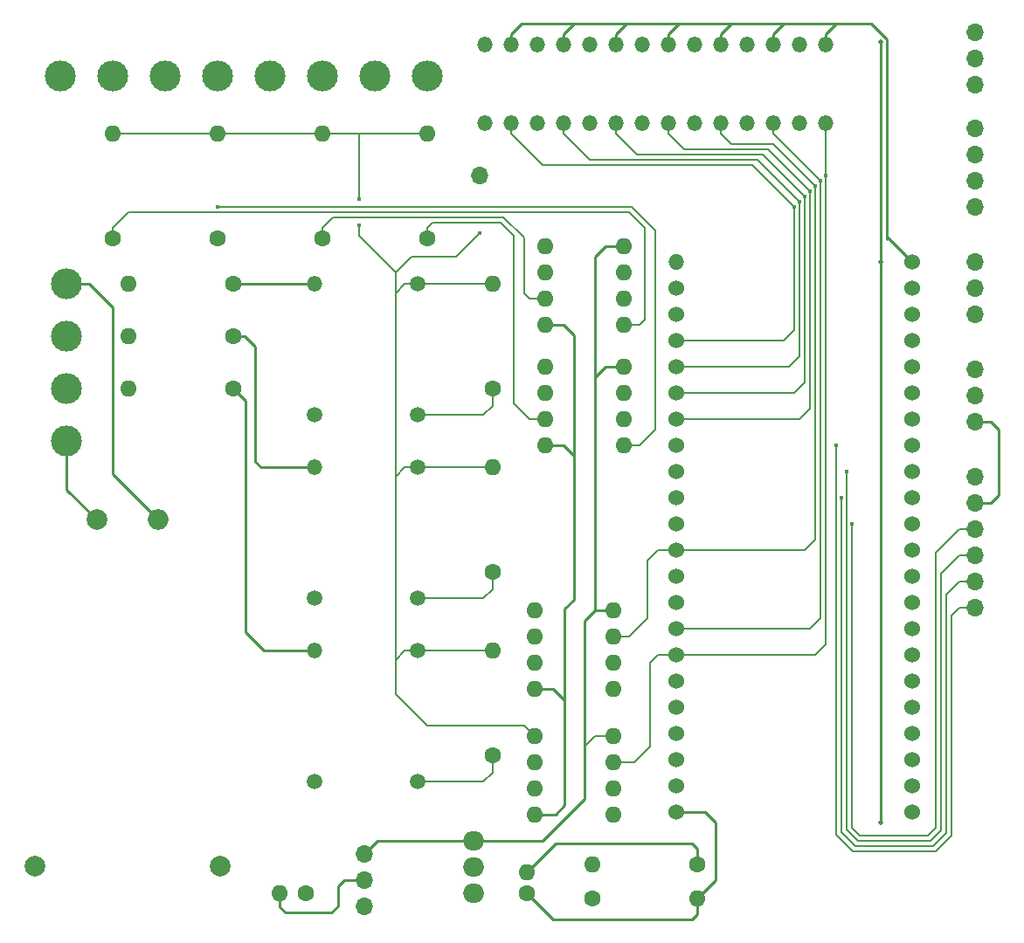
<source format=gbr>
%TF.GenerationSoftware,KiCad,Pcbnew,7.0.10*%
%TF.CreationDate,2024-05-12T01:16:20-03:00*%
%TF.ProjectId,board,626f6172-642e-46b6-9963-61645f706362,1.0*%
%TF.SameCoordinates,Original*%
%TF.FileFunction,Copper,L2,Bot*%
%TF.FilePolarity,Positive*%
%FSLAX46Y46*%
G04 Gerber Fmt 4.6, Leading zero omitted, Abs format (unit mm)*
G04 Created by KiCad (PCBNEW 7.0.10) date 2024-05-12 01:16:20*
%MOMM*%
%LPD*%
G01*
G04 APERTURE LIST*
%TA.AperFunction,ComponentPad*%
%ADD10O,1.600000X1.600000*%
%TD*%
%TA.AperFunction,ComponentPad*%
%ADD11O,1.500000X1.500000*%
%TD*%
%TA.AperFunction,ComponentPad*%
%ADD12C,1.600000*%
%TD*%
%TA.AperFunction,ComponentPad*%
%ADD13O,1.700000X1.700000*%
%TD*%
%TA.AperFunction,ComponentPad*%
%ADD14O,2.000000X2.000000*%
%TD*%
%TA.AperFunction,ComponentPad*%
%ADD15C,2.000000*%
%TD*%
%TA.AperFunction,ComponentPad*%
%ADD16O,1.530000X1.530000*%
%TD*%
%TA.AperFunction,ComponentPad*%
%ADD17C,1.530000*%
%TD*%
%TA.AperFunction,ComponentPad*%
%ADD18O,3.000000X3.000000*%
%TD*%
%TA.AperFunction,ComponentPad*%
%ADD19C,3.000000*%
%TD*%
%TA.AperFunction,ComponentPad*%
%ADD20O,1.508000X1.508000*%
%TD*%
%TA.AperFunction,ComponentPad*%
%ADD21C,1.508000*%
%TD*%
%TA.AperFunction,ComponentPad*%
%ADD22O,2.000000X1.905000*%
%TD*%
%TA.AperFunction,ViaPad*%
%ADD23C,0.400000*%
%TD*%
%TA.AperFunction,ViaPad*%
%ADD24C,0.500000*%
%TD*%
%TA.AperFunction,Conductor*%
%ADD25C,0.200000*%
%TD*%
%TA.AperFunction,Conductor*%
%ADD26C,0.250000*%
%TD*%
G04 APERTURE END LIST*
D10*
%TO.P,AMP3,1*%
%TO.N,Current A*%
X147828000Y-74980800D03*
%TO.P,AMP3,2,-*%
X147828000Y-77520800D03*
%TO.P,AMP3,3,+*%
%TO.N,TC A-1*%
X147828000Y-80060800D03*
%TO.P,AMP3,4,V-*%
%TO.N,GND*%
X147828000Y-82600800D03*
%TO.P,AMP3,5,+*%
%TO.N,TC B-1*%
X155448000Y-82600800D03*
%TO.P,AMP3,6,-*%
%TO.N,Current B*%
X155448000Y-80060800D03*
%TO.P,AMP3,7*%
X155448000Y-77520800D03*
%TO.P,AMP3,8,V+*%
%TO.N,Vin*%
X155448000Y-74980800D03*
%TD*%
D11*
%TO.P,DZ14,1,K*%
%TO.N,Current N*%
X141986000Y-51358800D03*
%TO.P,DZ14,2,A*%
%TO.N,Vcc*%
X141986000Y-43738800D03*
%TD*%
D12*
%TO.P,R9,1*%
%TO.N,TC A-1*%
X136398000Y-62534800D03*
D10*
%TO.P,R9,2*%
%TO.N,TC A-2*%
X136398000Y-52374800D03*
%TD*%
D11*
%TO.P,DZ2,1,K*%
%TO.N,Treated Wave C*%
X172466000Y-51358800D03*
%TO.P,DZ2,2,A*%
%TO.N,Vcc*%
X172466000Y-43738800D03*
%TD*%
D13*
%TO.P,SW2,1,A*%
%TO.N,Vcc*%
X189484000Y-80314800D03*
%TO.P,SW2,2,B*%
%TO.N,System Type*%
X189484000Y-77774800D03*
%TO.P,SW2,3,C*%
%TO.N,GND*%
X189484000Y-75234800D03*
%TD*%
D12*
%TO.P,R7,1*%
%TO.N,Wave B*%
X142748000Y-94919800D03*
D10*
%TO.P,R7,2*%
%TO.N,TC A-2*%
X142748000Y-84759800D03*
%TD*%
D14*
%TO.P,PS1,1,AC/L*%
%TO.N,Line A*%
X110363000Y-89839800D03*
D15*
%TO.P,PS1,2,AC/N*%
%TO.N,Neutral*%
X104363000Y-89839800D03*
%TO.P,PS1,3,-Vout*%
%TO.N,GND*%
X116363000Y-123439800D03*
%TO.P,PS1,4,+Vout*%
%TO.N,Power*%
X98363000Y-123439800D03*
%TD*%
D16*
%TO.P,MCU1,J1_1,3V3*%
%TO.N,Vcc*%
X160528000Y-64820800D03*
D17*
%TO.P,MCU1,J1_2,3V3__1*%
%TO.N,unconnected-(MCU1-3V3__1-PadJ1_2)*%
X160528000Y-67360800D03*
%TO.P,MCU1,J1_3,RST*%
%TO.N,unconnected-(MCU1-RST-PadJ1_3)*%
X160528000Y-69900800D03*
%TO.P,MCU1,J1_4,GPIO4*%
%TO.N,Current N*%
X160528000Y-72440800D03*
%TO.P,MCU1,J1_5,GPIO5*%
%TO.N,Current C*%
X160528000Y-74980800D03*
%TO.P,MCU1,J1_6,GPIO6*%
%TO.N,Current B*%
X160528000Y-77520800D03*
%TO.P,MCU1,J1_7,GPIO7*%
%TO.N,Current A*%
X160528000Y-80060800D03*
%TO.P,MCU1,J1_8,GPIO15*%
%TO.N,CS*%
X160528000Y-82600800D03*
%TO.P,MCU1,J1_9,GPIO16*%
%TO.N,MOSI*%
X160528000Y-85140800D03*
%TO.P,MCU1,J1_10,GPIO17*%
%TO.N,SCK*%
X160528000Y-87680800D03*
%TO.P,MCU1,J1_11,GPIO18*%
%TO.N,MISO*%
X160528000Y-90220800D03*
%TO.P,MCU1,J1_12,GPIO8*%
%TO.N,Treated Wave A*%
X160528000Y-92760800D03*
%TO.P,MCU1,J1_13,GPIO3*%
%TO.N,unconnected-(MCU1-GPIO3-PadJ1_13)*%
X160528000Y-95300800D03*
%TO.P,MCU1,J1_14,GPIO46*%
%TO.N,unconnected-(MCU1-GPIO46-PadJ1_14)*%
X160528000Y-97840800D03*
%TO.P,MCU1,J1_15,GPIO9*%
%TO.N,Treated Wave B*%
X160528000Y-100380800D03*
%TO.P,MCU1,J1_16,GPIO10*%
%TO.N,Treated Wave C*%
X160528000Y-102920800D03*
%TO.P,MCU1,J1_17,GPIO11*%
%TO.N,unconnected-(MCU1-GPIO11-PadJ1_17)*%
X160528000Y-105460800D03*
%TO.P,MCU1,J1_18,GPIO12*%
%TO.N,unconnected-(MCU1-GPIO12-PadJ1_18)*%
X160528000Y-108000800D03*
%TO.P,MCU1,J1_19,GPIO13*%
%TO.N,unconnected-(MCU1-GPIO13-PadJ1_19)*%
X160528000Y-110540800D03*
%TO.P,MCU1,J1_20,GPIO14*%
%TO.N,unconnected-(MCU1-GPIO14-PadJ1_20)*%
X160528000Y-113080800D03*
%TO.P,MCU1,J1_21,5V0*%
%TO.N,unconnected-(MCU1-5V0-PadJ1_21)*%
X160528000Y-115620800D03*
%TO.P,MCU1,J1_22,GND*%
%TO.N,GND*%
X160528000Y-118160800D03*
%TO.P,MCU1,J3_1,GND__1*%
X183388000Y-64820800D03*
%TO.P,MCU1,J3_2,U0TXD/GPIO43*%
%TO.N,UART TX*%
X183388000Y-67360800D03*
%TO.P,MCU1,J3_3,U0RXD/GPIO44*%
%TO.N,UART RX*%
X183388000Y-69900800D03*
%TO.P,MCU1,J3_4,GPIO1*%
%TO.N,System Type*%
X183388000Y-72440800D03*
%TO.P,MCU1,J3_5,GPIO2*%
%TO.N,unconnected-(MCU1-GPIO2-PadJ3_5)*%
X183388000Y-74980800D03*
%TO.P,MCU1,J3_6,MTMS/GPIO42*%
%TO.N,unconnected-(MCU1-MTMS{slash}GPIO42-PadJ3_6)*%
X183388000Y-77520800D03*
%TO.P,MCU1,J3_7,MTDI/GPIO41*%
%TO.N,unconnected-(MCU1-MTDI{slash}GPIO41-PadJ3_7)*%
X183388000Y-80060800D03*
%TO.P,MCU1,J3_8,MTDO/GPIO40*%
%TO.N,unconnected-(MCU1-MTDO{slash}GPIO40-PadJ3_8)*%
X183388000Y-82600800D03*
%TO.P,MCU1,J3_9,MTCK/GPIO39*%
%TO.N,unconnected-(MCU1-MTCK{slash}GPIO39-PadJ3_9)*%
X183388000Y-85140800D03*
%TO.P,MCU1,J3_10,GPIO38*%
%TO.N,unconnected-(MCU1-GPIO38-PadJ3_10)*%
X183388000Y-87680800D03*
%TO.P,MCU1,J3_11,GPIO37*%
%TO.N,unconnected-(MCU1-GPIO37-PadJ3_11)*%
X183388000Y-90220800D03*
%TO.P,MCU1,J3_12,GPIO36*%
%TO.N,unconnected-(MCU1-GPIO36-PadJ3_12)*%
X183388000Y-92760800D03*
%TO.P,MCU1,J3_13,GPIO35*%
%TO.N,unconnected-(MCU1-GPIO35-PadJ3_13)*%
X183388000Y-95300800D03*
%TO.P,MCU1,J3_14,GPIO0*%
%TO.N,unconnected-(MCU1-GPIO0-PadJ3_14)*%
X183388000Y-97840800D03*
%TO.P,MCU1,J3_15,GPIO45*%
%TO.N,unconnected-(MCU1-GPIO45-PadJ3_15)*%
X183388000Y-100380800D03*
%TO.P,MCU1,J3_16,GPIO48*%
%TO.N,unconnected-(MCU1-GPIO48-PadJ3_16)*%
X183388000Y-102920800D03*
%TO.P,MCU1,J3_17,GPIO47*%
%TO.N,unconnected-(MCU1-GPIO47-PadJ3_17)*%
X183388000Y-105460800D03*
%TO.P,MCU1,J3_18,GPIO21*%
%TO.N,unconnected-(MCU1-GPIO21-PadJ3_18)*%
X183388000Y-108000800D03*
%TO.P,MCU1,J3_19,USB_D+/GPIO20*%
%TO.N,unconnected-(MCU1-USB_D+{slash}GPIO20-PadJ3_19)*%
X183388000Y-110540800D03*
%TO.P,MCU1,J3_20,USB_D-/GPIO19*%
%TO.N,unconnected-(MCU1-USB_D-{slash}GPIO19-PadJ3_20)*%
X183388000Y-113080800D03*
%TO.P,MCU1,J3_21,GND__2*%
%TO.N,unconnected-(MCU1-GND__2-PadJ3_21)*%
X183388000Y-115620800D03*
%TO.P,MCU1,J3_22,GND__3*%
%TO.N,GND*%
X183388000Y-118160800D03*
%TD*%
D11*
%TO.P,DZ13,1,K*%
%TO.N,GND*%
X144526000Y-43733800D03*
%TO.P,DZ13,2,A*%
%TO.N,Current N*%
X144526000Y-51353800D03*
%TD*%
D10*
%TO.P,AMP4,1*%
%TO.N,Current C*%
X147828000Y-63306800D03*
%TO.P,AMP4,2,-*%
X147828000Y-65846800D03*
%TO.P,AMP4,3,+*%
%TO.N,TC C-1*%
X147828000Y-68386800D03*
%TO.P,AMP4,4,V-*%
%TO.N,GND*%
X147828000Y-70926800D03*
%TO.P,AMP4,5,+*%
%TO.N,TC N-1*%
X155448000Y-70926800D03*
%TO.P,AMP4,6,-*%
%TO.N,Current N*%
X155448000Y-68386800D03*
%TO.P,AMP4,7*%
X155448000Y-65846800D03*
%TO.P,AMP4,8,V+*%
%TO.N,Vin*%
X155448000Y-63306800D03*
%TD*%
D11*
%TO.P,DZ6,1,K*%
%TO.N,Treated Wave A*%
X162306000Y-51363800D03*
%TO.P,DZ6,2,A*%
%TO.N,Vcc*%
X162306000Y-43743800D03*
%TD*%
%TO.P,DZ5,1,K*%
%TO.N,GND*%
X164846000Y-43733800D03*
%TO.P,DZ5,2,A*%
%TO.N,Treated Wave A*%
X164846000Y-51353800D03*
%TD*%
D18*
%TO.P,J6,1,Pin_1*%
%TO.N,TC A-2*%
X105918000Y-46786800D03*
D19*
%TO.P,J6,2,Pin_2*%
%TO.N,TC N-1*%
X100838000Y-46786800D03*
%TD*%
D13*
%TO.P,P1,1,Pin_1*%
%TO.N,UART RX*%
X189484000Y-69900800D03*
%TO.P,P1,2,Pin_2*%
%TO.N,UART TX*%
X189484000Y-67360800D03*
%TO.P,P1,3,Pin_3*%
%TO.N,GND*%
X189484000Y-64820800D03*
%TD*%
D12*
%TO.P,R1,1*%
%TO.N,Vcc*%
X162560000Y-123240800D03*
D10*
%TO.P,R1,2*%
%TO.N,V1.65*%
X152400000Y-123240800D03*
%TD*%
D20*
%TO.P,T1,1*%
%TO.N,Net-(R3-Pad1)*%
X125476000Y-66979800D03*
D21*
%TO.P,T1,2*%
%TO.N,Neutral*%
X125476000Y-79679800D03*
%TO.P,T1,3*%
%TO.N,Wave A*%
X135476000Y-79679800D03*
%TO.P,T1,4*%
%TO.N,TC A-2*%
X135476000Y-66979800D03*
%TD*%
D12*
%TO.P,R11,1*%
%TO.N,TC C-1*%
X126238000Y-62534800D03*
D10*
%TO.P,R11,2*%
%TO.N,TC A-2*%
X126238000Y-52374800D03*
%TD*%
D11*
%TO.P,DZ11,1,K*%
%TO.N,GND*%
X149606000Y-43738800D03*
%TO.P,DZ11,2,A*%
%TO.N,Current C*%
X149606000Y-51358800D03*
%TD*%
D13*
%TO.P,SW1,1,A*%
%TO.N,Vin*%
X130302000Y-122224800D03*
%TO.P,SW1,2,B*%
%TO.N,Power*%
X130302000Y-124764800D03*
%TO.P,SW1,3,C*%
%TO.N,unconnected-(SW1A-C-Pad3)*%
X130302000Y-127304800D03*
%TD*%
D20*
%TO.P,T3,1*%
%TO.N,Net-(R5-Pad1)*%
X125476000Y-102539800D03*
D21*
%TO.P,T3,2*%
%TO.N,Neutral*%
X125476000Y-115239800D03*
%TO.P,T3,3*%
%TO.N,Wave C*%
X135476000Y-115239800D03*
%TO.P,T3,4*%
%TO.N,TC A-2*%
X135476000Y-102539800D03*
%TD*%
D12*
%TO.P,R6,1*%
%TO.N,Wave A*%
X142748000Y-77139800D03*
D10*
%TO.P,R6,2*%
%TO.N,TC A-2*%
X142748000Y-66979800D03*
%TD*%
D11*
%TO.P,DZ3,1,K*%
%TO.N,GND*%
X169926000Y-43738800D03*
%TO.P,DZ3,2,A*%
%TO.N,Treated Wave B*%
X169926000Y-51358800D03*
%TD*%
D12*
%TO.P,R10,1*%
%TO.N,TC B-1*%
X116078000Y-62534800D03*
D10*
%TO.P,R10,2*%
%TO.N,TC A-2*%
X116078000Y-52374800D03*
%TD*%
D12*
%TO.P,R3,1*%
%TO.N,Net-(R3-Pad1)*%
X117602000Y-66979800D03*
D10*
%TO.P,R3,2*%
%TO.N,Line A*%
X107442000Y-66979800D03*
%TD*%
D12*
%TO.P,R12,1*%
%TO.N,TC N-1*%
X105918000Y-62534800D03*
D10*
%TO.P,R12,2*%
%TO.N,TC A-2*%
X105918000Y-52374800D03*
%TD*%
D11*
%TO.P,DZ12,1,K*%
%TO.N,Current C*%
X147066000Y-51363800D03*
%TO.P,DZ12,2,A*%
%TO.N,Vcc*%
X147066000Y-43743800D03*
%TD*%
D10*
%TO.P,C2,1*%
%TO.N,Vcc*%
X146050000Y-124034800D03*
D12*
%TO.P,C2,2*%
%TO.N,GND*%
X146050000Y-126034800D03*
%TD*%
D18*
%TO.P,J3,1,Pin_1*%
%TO.N,TC A-2*%
X136398000Y-46786800D03*
D19*
%TO.P,J3,2,Pin_2*%
%TO.N,TC A-1*%
X131318000Y-46786800D03*
%TD*%
D18*
%TO.P,J1,1,Pin_1*%
%TO.N,Line A*%
X101473000Y-66979800D03*
D19*
%TO.P,J1,2,Pin_2*%
%TO.N,Line B*%
X101473000Y-72059800D03*
%TD*%
D13*
%TO.P,P4,1,Pin_1*%
%TO.N,Treated Wave A*%
X189484000Y-47675800D03*
%TO.P,P4,2,Pin_2*%
%TO.N,Treated Wave B*%
X189484000Y-45135800D03*
%TO.P,P4,3,Pin_3*%
%TO.N,Treated Wave C*%
X189484000Y-42595800D03*
%TD*%
D11*
%TO.P,DZ9,1,K*%
%TO.N,GND*%
X154686000Y-43733800D03*
%TO.P,DZ9,2,A*%
%TO.N,Current B*%
X154686000Y-51353800D03*
%TD*%
%TO.P,DZ7,1,K*%
%TO.N,GND*%
X159766000Y-43738800D03*
%TO.P,DZ7,2,A*%
%TO.N,Current A*%
X159766000Y-51358800D03*
%TD*%
D20*
%TO.P,T2,1*%
%TO.N,Net-(R4-Pad1)*%
X125476000Y-84759800D03*
D21*
%TO.P,T2,2*%
%TO.N,Neutral*%
X125476000Y-97459800D03*
%TO.P,T2,3*%
%TO.N,Wave B*%
X135476000Y-97459800D03*
%TO.P,T2,4*%
%TO.N,TC A-2*%
X135476000Y-84759800D03*
%TD*%
D18*
%TO.P,J5,1,Pin_1*%
%TO.N,TC A-2*%
X116078000Y-46786800D03*
D19*
%TO.P,J5,2,Pin_2*%
%TO.N,TC C-1*%
X110998000Y-46786800D03*
%TD*%
D13*
%TO.P,P5,1,Pin_1*%
%TO.N,GND*%
X189484000Y-85648800D03*
%TO.P,P5,2,Pin_2*%
%TO.N,Vcc*%
X189484000Y-88188800D03*
%TO.P,P5,3,Pin_3*%
%TO.N,MISO*%
X189484000Y-90728800D03*
%TO.P,P5,4,Pin_4*%
%TO.N,MOSI*%
X189484000Y-93268800D03*
%TO.P,P5,5,Pin_5*%
%TO.N,SCK*%
X189484000Y-95808800D03*
%TO.P,P5,6,Pin_6*%
%TO.N,CS*%
X189484000Y-98348800D03*
%TD*%
D11*
%TO.P,DZ4,1,K*%
%TO.N,Treated Wave B*%
X167386000Y-51363800D03*
%TO.P,DZ4,2,A*%
%TO.N,Vcc*%
X167386000Y-43743800D03*
%TD*%
D13*
%TO.P,P3,1,Pin_1*%
%TO.N,Current A*%
X189484000Y-51866800D03*
%TO.P,P3,2,Pin_2*%
%TO.N,Current B*%
X189484000Y-54406800D03*
%TO.P,P3,3,Pin_3*%
%TO.N,Current C*%
X189484000Y-56946800D03*
%TO.P,P3,4,Pin_4*%
%TO.N,Current N*%
X189484000Y-59486800D03*
%TD*%
D11*
%TO.P,DZ1,1,K*%
%TO.N,GND*%
X175006000Y-43738800D03*
%TO.P,DZ1,2,A*%
%TO.N,Treated Wave C*%
X175006000Y-51358800D03*
%TD*%
D10*
%TO.P,C1,1*%
%TO.N,Power*%
X122134621Y-126034800D03*
D12*
%TO.P,C1,2*%
%TO.N,GND*%
X124634621Y-126034800D03*
%TD*%
%TO.P,R8,1*%
%TO.N,Wave C*%
X142748000Y-112699800D03*
D10*
%TO.P,R8,2*%
%TO.N,TC A-2*%
X142748000Y-102539800D03*
%TD*%
D18*
%TO.P,J2,1,Pin_1*%
%TO.N,Line C*%
X101473000Y-77139800D03*
D19*
%TO.P,J2,2,Pin_2*%
%TO.N,Neutral*%
X101473000Y-82219800D03*
%TD*%
D13*
%TO.P,P2,1,Pin_1*%
%TO.N,TC A-2*%
X141478000Y-56438800D03*
%TD*%
D22*
%TO.P,PS2,1,GND*%
%TO.N,GND*%
X140899000Y-126034800D03*
%TO.P,PS2,2,VO*%
%TO.N,Vcc*%
X140899000Y-123494800D03*
%TO.P,PS2,3,VI*%
%TO.N,Vin*%
X140899000Y-120954800D03*
%TD*%
D11*
%TO.P,DZ8,1,K*%
%TO.N,Current A*%
X157226000Y-51363800D03*
%TO.P,DZ8,2,A*%
%TO.N,Vcc*%
X157226000Y-43743800D03*
%TD*%
%TO.P,DZ10,1,K*%
%TO.N,Current B*%
X152146000Y-51363800D03*
%TO.P,DZ10,2,A*%
%TO.N,Vcc*%
X152146000Y-43743800D03*
%TD*%
D12*
%TO.P,R4,1*%
%TO.N,Net-(R4-Pad1)*%
X117602000Y-72059800D03*
D10*
%TO.P,R4,2*%
%TO.N,Line B*%
X107442000Y-72059800D03*
%TD*%
D12*
%TO.P,R5,1*%
%TO.N,Net-(R5-Pad1)*%
X117602000Y-77139800D03*
D10*
%TO.P,R5,2*%
%TO.N,Line C*%
X107442000Y-77139800D03*
%TD*%
D12*
%TO.P,R2,1*%
%TO.N,V1.65*%
X152400000Y-126542800D03*
D10*
%TO.P,R2,2*%
%TO.N,GND*%
X162560000Y-126542800D03*
%TD*%
D18*
%TO.P,J4,1,Pin_1*%
%TO.N,TC A-2*%
X126238000Y-46786800D03*
D19*
%TO.P,J4,2,Pin_2*%
%TO.N,TC B-1*%
X121158000Y-46786800D03*
%TD*%
D10*
%TO.P,AMP2,1*%
%TO.N,Treated Wave B*%
X146812000Y-98602800D03*
%TO.P,AMP2,2,-*%
X146812000Y-101142800D03*
%TO.P,AMP2,3,+*%
%TO.N,Wave B*%
X146812000Y-103682800D03*
%TO.P,AMP2,4,V-*%
%TO.N,GND*%
X146812000Y-106222800D03*
%TO.P,AMP2,5,+*%
%TO.N,Wave A*%
X154432000Y-106222800D03*
%TO.P,AMP2,6,-*%
%TO.N,Treated Wave A*%
X154432000Y-103682800D03*
%TO.P,AMP2,7*%
X154432000Y-101142800D03*
%TO.P,AMP2,8,V+*%
%TO.N,Vin*%
X154432000Y-98602800D03*
%TD*%
%TO.P,AMP1,1*%
%TO.N,TC A-2*%
X146812000Y-110804800D03*
%TO.P,AMP1,2,-*%
X146812000Y-113344800D03*
%TO.P,AMP1,3,+*%
%TO.N,V1.65*%
X146812000Y-115884800D03*
%TO.P,AMP1,4,V-*%
%TO.N,GND*%
X146812000Y-118424800D03*
%TO.P,AMP1,5,+*%
%TO.N,Wave C*%
X154432000Y-118424800D03*
%TO.P,AMP1,6,-*%
%TO.N,Treated Wave C*%
X154432000Y-115884800D03*
%TO.P,AMP1,7*%
X154432000Y-113344800D03*
%TO.P,AMP1,8,V+*%
%TO.N,Vin*%
X154432000Y-110804800D03*
%TD*%
D23*
%TO.N,Treated Wave A*%
X173990000Y-57454800D03*
%TO.N,Treated Wave B*%
X174498000Y-56946800D03*
%TO.N,Treated Wave C*%
X175006000Y-56438800D03*
D24*
%TO.N,Vcc*%
X180340000Y-64820800D03*
X180340000Y-43484800D03*
X180340000Y-119176800D03*
D23*
%TO.N,Current A*%
X173482000Y-57962800D03*
%TO.N,Current B*%
X172974000Y-58470800D03*
%TO.N,Current C*%
X172466000Y-58978800D03*
%TO.N,Current N*%
X171958000Y-59486800D03*
%TO.N,TC A-2*%
X129794000Y-58724800D03*
X141478000Y-62026800D03*
X129794000Y-61264800D03*
%TO.N,TC B-1*%
X116078000Y-59486800D03*
%TO.N,CS*%
X176022000Y-82600800D03*
%TO.N,MOSI*%
X177038000Y-85140800D03*
%TO.N,SCK*%
X176530000Y-87680800D03*
%TO.N,MISO*%
X177546000Y-90220800D03*
%TD*%
D25*
%TO.N,Treated Wave A*%
X164846000Y-52379800D02*
X164846000Y-51353800D01*
X157734000Y-93776800D02*
X158750000Y-92760800D01*
X155956000Y-101142800D02*
X157734000Y-99364800D01*
X173990000Y-57454800D02*
X169931000Y-53395800D01*
X154432000Y-101142800D02*
X155956000Y-101142800D01*
X165862000Y-53395800D02*
X164846000Y-52379800D01*
X169931000Y-53395800D02*
X165862000Y-53395800D01*
X172974000Y-92760800D02*
X173990000Y-91744800D01*
X158750000Y-92760800D02*
X160528000Y-92760800D01*
X173990000Y-91744800D02*
X173990000Y-57454800D01*
X160528000Y-92760800D02*
X172974000Y-92760800D01*
X157734000Y-99364800D02*
X157734000Y-93776800D01*
%TO.N,Treated Wave B*%
X160528000Y-100380800D02*
X173482000Y-100380800D01*
X174498000Y-99364800D02*
X174498000Y-56946800D01*
X169926000Y-52379800D02*
X169926000Y-51358800D01*
X173482000Y-100380800D02*
X174498000Y-99364800D01*
X174498000Y-56951800D02*
X169926000Y-52379800D01*
%TO.N,Treated Wave C*%
X157988000Y-111810800D02*
X157988000Y-103682800D01*
X173990000Y-102920800D02*
X175006000Y-101904800D01*
X154432000Y-113344800D02*
X156454000Y-113344800D01*
X156454000Y-113344800D02*
X157988000Y-111810800D01*
X175006000Y-101904800D02*
X175006000Y-51104800D01*
X160528000Y-102920800D02*
X173990000Y-102920800D01*
X158750000Y-102920800D02*
X160528000Y-102920800D01*
X157988000Y-103682800D02*
X158750000Y-102920800D01*
D26*
%TO.N,Line A*%
X103632000Y-66979800D02*
X101473000Y-66979800D01*
X105918000Y-85394800D02*
X105918000Y-69265800D01*
X110363000Y-89839800D02*
X105918000Y-85394800D01*
X105918000Y-69265800D02*
X103632000Y-66979800D01*
%TO.N,Neutral*%
X101473000Y-82219800D02*
X101473000Y-86949800D01*
X101473000Y-86949800D02*
X104363000Y-89839800D01*
%TO.N,Net-(R3-Pad1)*%
X117602000Y-66979800D02*
X125476000Y-66979800D01*
%TO.N,Net-(R4-Pad1)*%
X118745000Y-72059800D02*
X119750000Y-73064800D01*
X119750000Y-84193800D02*
X120316000Y-84759800D01*
X119750000Y-73064800D02*
X119750000Y-84193800D01*
X120316000Y-84759800D02*
X125476000Y-84759800D01*
X117602000Y-72059800D02*
X118745000Y-72059800D01*
%TO.N,Net-(R5-Pad1)*%
X118792000Y-78329800D02*
X118792000Y-100761800D01*
X117602000Y-77139800D02*
X118792000Y-78329800D01*
X118792000Y-100761800D02*
X120570000Y-102539800D01*
X120570000Y-102539800D02*
X125476000Y-102539800D01*
%TO.N,Vcc*%
X146050000Y-124034800D02*
X148876000Y-121208800D01*
X162052000Y-121208800D02*
X162560000Y-121716800D01*
X162560000Y-121716800D02*
X162560000Y-123240800D01*
X148876000Y-121208800D02*
X162052000Y-121208800D01*
X191008000Y-80314800D02*
X191770000Y-81076800D01*
X191008000Y-88188800D02*
X189484000Y-88188800D01*
X180340000Y-43484800D02*
X180340000Y-65074800D01*
X189484000Y-80314800D02*
X191008000Y-80314800D01*
X191770000Y-87426800D02*
X191008000Y-88188800D01*
X180340000Y-64820800D02*
X180340000Y-119176800D01*
X191770000Y-81076800D02*
X191770000Y-87426800D01*
%TO.N,GND*%
X149606000Y-42722800D02*
X149606000Y-43738800D01*
X148834000Y-118424800D02*
X149733000Y-117525800D01*
X164338000Y-119176800D02*
X164338000Y-124764800D01*
X150622000Y-71932800D02*
X149616000Y-70926800D01*
X149733000Y-107365800D02*
X149733000Y-98475800D01*
X145542000Y-41706800D02*
X144526000Y-42722800D01*
X183388000Y-64820800D02*
X180975000Y-62407800D01*
X150622000Y-83616800D02*
X150622000Y-71932800D01*
X149733000Y-107365800D02*
X148590000Y-106222800D01*
X148590000Y-128574800D02*
X162052000Y-128574800D01*
X162052000Y-128574800D02*
X162560000Y-128066800D01*
X180975000Y-43235916D02*
X179445884Y-41706800D01*
X170942000Y-41706800D02*
X169926000Y-42722800D01*
X176022000Y-41706800D02*
X170942000Y-41706800D01*
X149733000Y-98475800D02*
X150622000Y-97586800D01*
X148590000Y-106222800D02*
X146812000Y-106222800D01*
X160782000Y-41706800D02*
X155702000Y-41706800D01*
X150622000Y-41706800D02*
X145542000Y-41706800D01*
X155702000Y-41706800D02*
X150622000Y-41706800D01*
X146050000Y-126034800D02*
X148590000Y-128574800D01*
X162560000Y-128066800D02*
X162560000Y-126542800D01*
X146812000Y-118424800D02*
X148834000Y-118424800D01*
X149606000Y-82600800D02*
X147828000Y-82600800D01*
X150622000Y-97586800D02*
X150622000Y-83616800D01*
X160782000Y-41706800D02*
X159766000Y-42722800D01*
X180975000Y-62661800D02*
X180975000Y-43235916D01*
X150622000Y-83616800D02*
X149606000Y-82600800D01*
X164338000Y-124764800D02*
X162560000Y-126542800D01*
X176022000Y-41706800D02*
X175006000Y-42722800D01*
X149733000Y-117525800D02*
X149733000Y-107365800D01*
X144526000Y-42722800D02*
X144526000Y-43733800D01*
X159766000Y-42722800D02*
X159766000Y-43738800D01*
X175006000Y-42722800D02*
X175006000Y-43738800D01*
X165862000Y-41706800D02*
X164846000Y-42722800D01*
X165862000Y-41706800D02*
X160782000Y-41706800D01*
X149616000Y-70926800D02*
X147828000Y-70926800D01*
X154686000Y-42722800D02*
X154686000Y-43733800D01*
X179445884Y-41706800D02*
X176022000Y-41706800D01*
X160528000Y-118160800D02*
X163322000Y-118160800D01*
X164846000Y-42722800D02*
X164846000Y-43733800D01*
X163322000Y-118160800D02*
X164338000Y-119176800D01*
X169926000Y-42722800D02*
X169926000Y-43738800D01*
X155702000Y-41706800D02*
X154686000Y-42722800D01*
X170942000Y-41706800D02*
X165862000Y-41706800D01*
X150622000Y-41706800D02*
X149606000Y-42722800D01*
D25*
%TO.N,Current A*%
X160528000Y-80060800D02*
X172466000Y-80060800D01*
X169423000Y-53903800D02*
X161290000Y-53903800D01*
X159766000Y-52379800D02*
X159766000Y-51358800D01*
X173482000Y-79044800D02*
X173482000Y-57962800D01*
X172466000Y-80060800D02*
X173482000Y-79044800D01*
X161290000Y-53903800D02*
X159766000Y-52379800D01*
X173482000Y-57962800D02*
X169423000Y-53903800D01*
%TO.N,Current B*%
X171958000Y-77520800D02*
X160528000Y-77520800D01*
X172974000Y-76504800D02*
X171958000Y-77520800D01*
X154686000Y-52379800D02*
X154686000Y-51353800D01*
X172974000Y-58470800D02*
X172974000Y-76504800D01*
X168915000Y-54411800D02*
X156718000Y-54411800D01*
X156718000Y-54411800D02*
X154686000Y-52379800D01*
X172974000Y-58470800D02*
X168915000Y-54411800D01*
%TO.N,Current C*%
X172466000Y-73964800D02*
X171450000Y-74980800D01*
X172466000Y-58978800D02*
X168407000Y-54919800D01*
X171450000Y-74980800D02*
X160528000Y-74980800D01*
X172466000Y-58978800D02*
X172466000Y-73964800D01*
X168407000Y-54919800D02*
X152146000Y-54919800D01*
X149606000Y-52379800D02*
X149606000Y-51358800D01*
X152146000Y-54919800D02*
X149606000Y-52379800D01*
%TO.N,Current N*%
X144526000Y-52379800D02*
X144526000Y-51353800D01*
X170942000Y-72440800D02*
X160528000Y-72440800D01*
X171958000Y-59486800D02*
X167899000Y-55427800D01*
X147574000Y-55427800D02*
X144526000Y-52379800D01*
X171958000Y-71424800D02*
X170942000Y-72440800D01*
X167899000Y-55427800D02*
X147574000Y-55427800D01*
X171958000Y-59486800D02*
X171958000Y-71424800D01*
%TO.N,TC A-2*%
X133350000Y-103428800D02*
X133350000Y-85632300D01*
X133350000Y-106730800D02*
X133350000Y-103428800D01*
X134222500Y-84759800D02*
X135476000Y-84759800D01*
X129794000Y-52374800D02*
X129794000Y-58724800D01*
X129794000Y-62280800D02*
X129794000Y-61264800D01*
X139192000Y-64312800D02*
X141478000Y-62026800D01*
X133350000Y-85632300D02*
X134222500Y-84759800D01*
X133350000Y-52374800D02*
X129794000Y-52374800D01*
X134239000Y-102539800D02*
X135476000Y-102539800D01*
X133350000Y-65836800D02*
X134874000Y-64312800D01*
X133350000Y-67852300D02*
X133350000Y-65836800D01*
X136398000Y-109778800D02*
X133350000Y-106730800D01*
X136398000Y-52374800D02*
X133350000Y-52374800D01*
X146812000Y-110804800D02*
X145786000Y-109778800D01*
X129794000Y-52374800D02*
X126238000Y-52374800D01*
X145786000Y-109778800D02*
X136398000Y-109778800D01*
X135128000Y-64312800D02*
X139192000Y-64312800D01*
X116078000Y-52374800D02*
X105918000Y-52374800D01*
X142748000Y-102539800D02*
X135476000Y-102539800D01*
X135476000Y-84759800D02*
X142748000Y-84759800D01*
X133350000Y-65836800D02*
X129794000Y-62280800D01*
X133350000Y-103428800D02*
X134239000Y-102539800D01*
X134874000Y-64312800D02*
X135128000Y-64312800D01*
X133350000Y-67852300D02*
X134222500Y-66979800D01*
X134222500Y-66979800D02*
X135476000Y-66979800D01*
X142748000Y-66979800D02*
X135476000Y-66979800D01*
X133350000Y-85632300D02*
X133350000Y-67852300D01*
X126238000Y-52374800D02*
X116078000Y-52374800D01*
%TO.N,TC A-1*%
X136398000Y-61518800D02*
X136398000Y-62534800D01*
X146304000Y-80060800D02*
X144780000Y-78536800D01*
X143510000Y-61010800D02*
X136906000Y-61010800D01*
X147828000Y-80060800D02*
X146304000Y-80060800D01*
X136906000Y-61010800D02*
X136398000Y-61518800D01*
X144780000Y-78536800D02*
X144780000Y-62280800D01*
X144780000Y-62280800D02*
X143510000Y-61010800D01*
%TO.N,TC B-1*%
X158496000Y-81076800D02*
X158496000Y-61772800D01*
X158496000Y-61772800D02*
X156210000Y-59486800D01*
X156210000Y-59486800D02*
X116078000Y-59486800D01*
X155448000Y-82600800D02*
X156972000Y-82600800D01*
X156972000Y-82600800D02*
X158496000Y-81076800D01*
%TO.N,TC C-1*%
X147828000Y-68386800D02*
X146314000Y-68386800D01*
X127254000Y-60502800D02*
X126238000Y-61518800D01*
X146314000Y-68386800D02*
X145796000Y-67868800D01*
X145796000Y-62505957D02*
X143792843Y-60502800D01*
X145796000Y-67868800D02*
X145796000Y-62505957D01*
X143792843Y-60502800D02*
X127254000Y-60502800D01*
X126238000Y-61518800D02*
X126238000Y-62534800D01*
%TO.N,TC N-1*%
X105918000Y-61518800D02*
X105918000Y-62534800D01*
X107442000Y-59994800D02*
X105918000Y-61518800D01*
X155956000Y-59994800D02*
X107442000Y-59994800D01*
X156962000Y-70926800D02*
X157480000Y-70408800D01*
X157480000Y-70408800D02*
X157480000Y-61518800D01*
X157480000Y-61518800D02*
X155956000Y-59994800D01*
X155448000Y-70926800D02*
X156962000Y-70926800D01*
D26*
%TO.N,Power*%
X128397000Y-124764800D02*
X130302000Y-124764800D01*
X122134621Y-127392421D02*
X122682000Y-127939800D01*
X127127000Y-127939800D02*
X127762000Y-127304800D01*
X122682000Y-127939800D02*
X127127000Y-127939800D01*
X127762000Y-127304800D02*
X127762000Y-125399800D01*
X127762000Y-125399800D02*
X128397000Y-124764800D01*
X122134621Y-126034800D02*
X122134621Y-127392421D01*
D25*
%TO.N,Wave A*%
X142748000Y-77139800D02*
X142748000Y-78790800D01*
X141859000Y-79679800D02*
X135476000Y-79679800D01*
X142748000Y-78790800D02*
X141859000Y-79679800D01*
%TO.N,Wave B*%
X142748000Y-94919800D02*
X142748000Y-96570800D01*
X142748000Y-96570800D02*
X141859000Y-97459800D01*
X141859000Y-97459800D02*
X135476000Y-97459800D01*
%TO.N,Wave C*%
X142748000Y-112699800D02*
X142748000Y-114350800D01*
X141859000Y-115239800D02*
X135476000Y-115239800D01*
X142748000Y-114350800D02*
X141859000Y-115239800D01*
%TO.N,CS*%
X177615850Y-121970800D02*
X176022000Y-120376950D01*
X187960000Y-98348800D02*
X187198000Y-99110800D01*
X187198000Y-99110800D02*
X187198000Y-120446800D01*
X189484000Y-98348800D02*
X187960000Y-98348800D01*
X185674000Y-121970800D02*
X177615850Y-121970800D01*
X176022000Y-82854800D02*
X176022000Y-82600800D01*
X176022000Y-120376950D02*
X176022000Y-82854800D01*
X187198000Y-120446800D02*
X185674000Y-121970800D01*
%TO.N,MOSI*%
X177038000Y-119882511D02*
X177038000Y-85140800D01*
X189484000Y-93268800D02*
X187960000Y-93268800D01*
X178110289Y-120954800D02*
X177038000Y-119882511D01*
X186182000Y-119938800D02*
X185166000Y-120954800D01*
X186182000Y-95046800D02*
X186182000Y-119938800D01*
X185166000Y-120954800D02*
X178110289Y-120954800D01*
X187960000Y-93268800D02*
X186182000Y-95046800D01*
%TO.N,SCK*%
X187960000Y-95808800D02*
X186690000Y-97078800D01*
X176530000Y-120135650D02*
X176530000Y-87680800D01*
X185420000Y-121462800D02*
X177857150Y-121462800D01*
X189484000Y-95808800D02*
X187960000Y-95808800D01*
X186690000Y-120192800D02*
X185420000Y-121462800D01*
X177857150Y-121462800D02*
X176530000Y-120135650D01*
X186690000Y-97078800D02*
X186690000Y-120192800D01*
%TO.N,MISO*%
X189484000Y-90728800D02*
X187960000Y-90728800D01*
X178308000Y-120446800D02*
X177546000Y-119684800D01*
X184912000Y-120446800D02*
X178308000Y-120446800D01*
X185674000Y-119684800D02*
X184912000Y-120446800D01*
X185674000Y-93014800D02*
X185674000Y-119684800D01*
X187960000Y-90728800D02*
X185674000Y-93014800D01*
X177546000Y-119684800D02*
X177546000Y-90220800D01*
D26*
%TO.N,Vin*%
X151638000Y-111810800D02*
X151638000Y-99618800D01*
X140899000Y-120954800D02*
X147574000Y-120954800D01*
X147574000Y-120954800D02*
X151638000Y-116890800D01*
X152654000Y-75996800D02*
X152654000Y-64312800D01*
X151638000Y-116890800D02*
X151638000Y-111810800D01*
X153660000Y-63306800D02*
X155448000Y-63306800D01*
X153670000Y-74980800D02*
X155448000Y-74980800D01*
X131572000Y-120954800D02*
X140899000Y-120954800D01*
X151638000Y-99618800D02*
X152654000Y-98602800D01*
X152654000Y-64312800D02*
X153660000Y-63306800D01*
X152654000Y-75996800D02*
X153670000Y-74980800D01*
X152654000Y-98602800D02*
X152654000Y-75996800D01*
X130302000Y-122224800D02*
X131572000Y-120954800D01*
X152654000Y-98602800D02*
X154432000Y-98602800D01*
D25*
X154432000Y-110804800D02*
X152644000Y-110804800D01*
X152644000Y-110804800D02*
X151638000Y-111810800D01*
%TD*%
M02*

</source>
